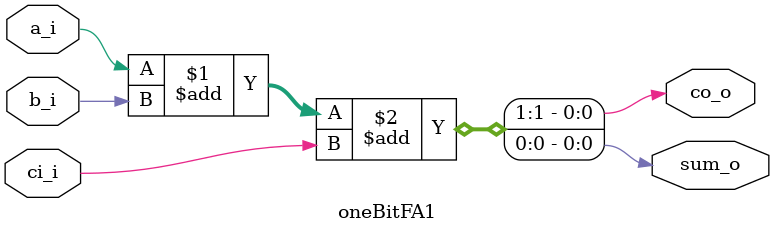
<source format=sv>
module oneBitFA1(
    input wire a_i,
    input wire b_i,
    input wire ci_i,
    output wire sum_o,
    output wire co_o
);
  assign {co_o, sum_o} = a_i + b_i + ci_i; // Continuous assignment for full adder
endmodule

</source>
